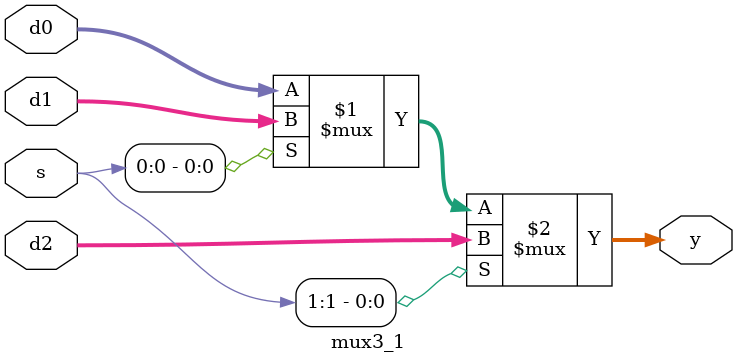
<source format=v>
module mux3 (
	d0,
	d1,
	d2,
	s,
	y
);

	parameter WIDTH = 8;
	input wire [WIDTH - 1:0] d0;
	input wire [WIDTH - 1:0] d1;
	input wire [WIDTH - 1:0] d2;
	input wire [1:0] s;
	output wire [WIDTH - 1:0] y;
	assign y = (s[1] ? d2 : (s[0] ? d1 : d0));
endmodule

module mux3_1 (
	d0,
	d1,
	d2,
	s,
	y
);

	//parameter WIDTH = 8;
	input wire [31:0] d0;
	input wire [31:0] d1;
	input wire [31:0] d2;
	input wire [1:0] s;
	output wire [31:0] y;
	assign y = (s[1] ? d2 : (s[0] ? d1 : d0));
endmodule
</source>
